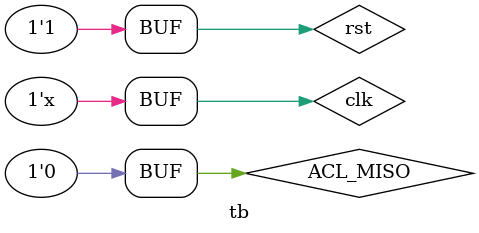
<source format=v>
`timescale 1ns / 1ps

module tb();

reg clk, rst, ACL_MISO;
reg [4:0] btn;
wire [11:0] colour;
wire hsync, vsync, ACL_MOSI, ACL_SCLK, ACL_CSN;


initial begin
    #1  //assert after first timestamp
    clk = 0;
    rst = 0;
    ACL_MISO = 0;
    #10 //after 10 ts
    rst = 1;
end

always begin
    #1 clk = ~clk; 
//    #50000 sw = 3'b111;
//    #60000 sw = 3'b001;
//    #70000 sw = 3'b000;
end

game_top gt_inst(
    .clk(clk), .rst(rst),
    .btn(btn),
    .colour(colour),
    .hsync(hsync), .vsync(vsync),
     .ACL_MISO(ACL_MISO),
    .ACL_MOSI(ACL_MOSI), .ACL_SCLK(ACL_SCLK), .ACL_CSN(ACL_CSN)    
);
endmodule

</source>
